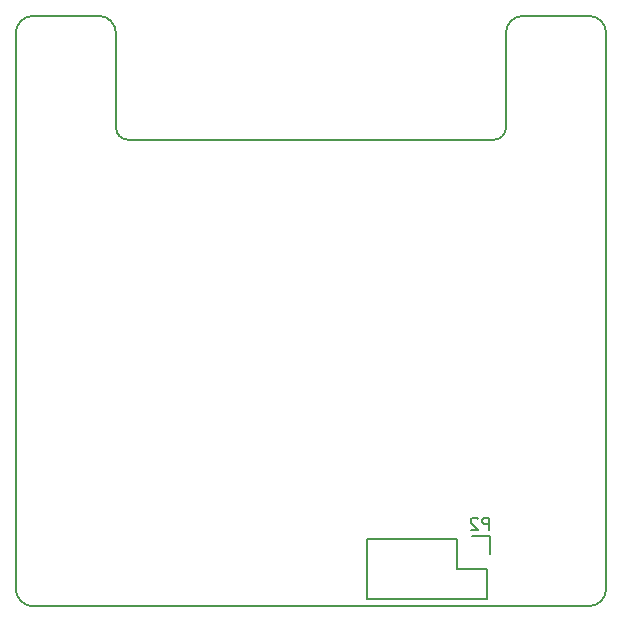
<source format=gbo>
G04 #@! TF.FileFunction,Legend,Bot*
%FSLAX46Y46*%
G04 Gerber Fmt 4.6, Leading zero omitted, Abs format (unit mm)*
G04 Created by KiCad (PCBNEW 4.0.7-e2-6376~58~ubuntu16.04.1) date Wed Aug  8 22:32:08 2018*
%MOMM*%
%LPD*%
G01*
G04 APERTURE LIST*
%ADD10C,0.100000*%
%ADD11C,0.150000*%
G04 APERTURE END LIST*
D10*
D11*
X161950000Y-95350000D02*
X161950000Y-103350000D01*
X168950000Y-93850000D02*
X163450000Y-93850000D01*
X127450000Y-93850000D02*
X121950000Y-93850000D01*
X128950000Y-103350000D02*
X128950000Y-95350000D01*
X160950000Y-104350000D02*
X129950000Y-104350000D01*
X160950000Y-104350000D02*
G75*
G03X161950000Y-103350000I0J1000000D01*
G01*
X128950000Y-103350000D02*
G75*
G03X129950000Y-104350000I1000000J0D01*
G01*
X128950000Y-95350000D02*
G75*
G03X127450000Y-93850000I-1500000J0D01*
G01*
X163450000Y-93850000D02*
G75*
G03X161950000Y-95350000I0J-1500000D01*
G01*
X120450000Y-95350000D02*
X120450000Y-142350000D01*
X170450000Y-142350000D02*
X170450000Y-95350000D01*
X120450000Y-142350000D02*
G75*
G03X121950000Y-143850000I1500000J0D01*
G01*
X168950000Y-143850000D02*
G75*
G03X170450000Y-142350000I0J1500000D01*
G01*
X121950000Y-93850000D02*
G75*
G03X120450000Y-95350000I0J-1500000D01*
G01*
X170450000Y-95350000D02*
G75*
G03X168950000Y-93850000I-1500000J0D01*
G01*
X168950000Y-143850000D02*
X121950000Y-143850000D01*
X157780000Y-138180000D02*
X150160000Y-138180000D01*
X150160000Y-138180000D02*
X150160000Y-143260000D01*
X150160000Y-143260000D02*
X160320000Y-143260000D01*
X160320000Y-143260000D02*
X160320000Y-140720000D01*
X159050000Y-137900000D02*
X160600000Y-137900000D01*
X160320000Y-140720000D02*
X157780000Y-140720000D01*
X157780000Y-140720000D02*
X157780000Y-138180000D01*
X160600000Y-137900000D02*
X160600000Y-139450000D01*
X160504095Y-137358381D02*
X160504095Y-136358381D01*
X160123142Y-136358381D01*
X160027904Y-136406000D01*
X159980285Y-136453619D01*
X159932666Y-136548857D01*
X159932666Y-136691714D01*
X159980285Y-136786952D01*
X160027904Y-136834571D01*
X160123142Y-136882190D01*
X160504095Y-136882190D01*
X159551714Y-136453619D02*
X159504095Y-136406000D01*
X159408857Y-136358381D01*
X159170761Y-136358381D01*
X159075523Y-136406000D01*
X159027904Y-136453619D01*
X158980285Y-136548857D01*
X158980285Y-136644095D01*
X159027904Y-136786952D01*
X159599333Y-137358381D01*
X158980285Y-137358381D01*
M02*

</source>
